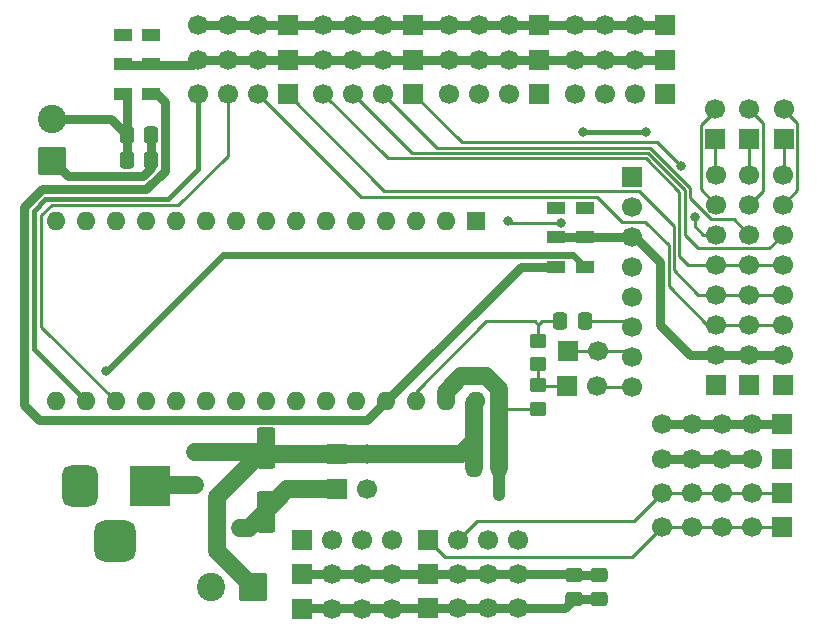
<source format=gbr>
%TF.GenerationSoftware,KiCad,Pcbnew,9.0.1*%
%TF.CreationDate,2025-05-07T00:20:05-04:00*%
%TF.ProjectId,nano_shield,6e616e6f-2d73-4686-9965-6c642e6b6963,rev?*%
%TF.SameCoordinates,Original*%
%TF.FileFunction,Copper,L1,Top*%
%TF.FilePolarity,Positive*%
%FSLAX46Y46*%
G04 Gerber Fmt 4.6, Leading zero omitted, Abs format (unit mm)*
G04 Created by KiCad (PCBNEW 9.0.1) date 2025-05-07 00:20:05*
%MOMM*%
%LPD*%
G01*
G04 APERTURE LIST*
G04 Aperture macros list*
%AMRoundRect*
0 Rectangle with rounded corners*
0 $1 Rounding radius*
0 $2 $3 $4 $5 $6 $7 $8 $9 X,Y pos of 4 corners*
0 Add a 4 corners polygon primitive as box body*
4,1,4,$2,$3,$4,$5,$6,$7,$8,$9,$2,$3,0*
0 Add four circle primitives for the rounded corners*
1,1,$1+$1,$2,$3*
1,1,$1+$1,$4,$5*
1,1,$1+$1,$6,$7*
1,1,$1+$1,$8,$9*
0 Add four rect primitives between the rounded corners*
20,1,$1+$1,$2,$3,$4,$5,0*
20,1,$1+$1,$4,$5,$6,$7,0*
20,1,$1+$1,$6,$7,$8,$9,0*
20,1,$1+$1,$8,$9,$2,$3,0*%
G04 Aperture macros list end*
%TA.AperFunction,ComponentPad*%
%ADD10R,1.700000X1.700000*%
%TD*%
%TA.AperFunction,ComponentPad*%
%ADD11C,1.700000*%
%TD*%
%TA.AperFunction,SMDPad,CuDef*%
%ADD12RoundRect,0.250000X-0.337500X-0.475000X0.337500X-0.475000X0.337500X0.475000X-0.337500X0.475000X0*%
%TD*%
%TA.AperFunction,SMDPad,CuDef*%
%ADD13RoundRect,0.250000X-0.450000X0.350000X-0.450000X-0.350000X0.450000X-0.350000X0.450000X0.350000X0*%
%TD*%
%TA.AperFunction,ComponentPad*%
%ADD14R,1.600000X1.600000*%
%TD*%
%TA.AperFunction,ComponentPad*%
%ADD15O,1.600000X1.600000*%
%TD*%
%TA.AperFunction,SMDPad,CuDef*%
%ADD16RoundRect,0.250000X-0.475000X0.337500X-0.475000X-0.337500X0.475000X-0.337500X0.475000X0.337500X0*%
%TD*%
%TA.AperFunction,SMDPad,CuDef*%
%ADD17R,1.600000X1.000000*%
%TD*%
%TA.AperFunction,ComponentPad*%
%ADD18RoundRect,0.250001X0.949999X0.949999X-0.949999X0.949999X-0.949999X-0.949999X0.949999X-0.949999X0*%
%TD*%
%TA.AperFunction,ComponentPad*%
%ADD19C,2.400000*%
%TD*%
%TA.AperFunction,SMDPad,CuDef*%
%ADD20RoundRect,0.250000X0.450000X-0.350000X0.450000X0.350000X-0.450000X0.350000X-0.450000X-0.350000X0*%
%TD*%
%TA.AperFunction,SMDPad,CuDef*%
%ADD21RoundRect,0.250000X-0.550000X1.500000X-0.550000X-1.500000X0.550000X-1.500000X0.550000X1.500000X0*%
%TD*%
%TA.AperFunction,ComponentPad*%
%ADD22R,3.500000X3.500000*%
%TD*%
%TA.AperFunction,ComponentPad*%
%ADD23RoundRect,0.750000X-0.750000X-1.000000X0.750000X-1.000000X0.750000X1.000000X-0.750000X1.000000X0*%
%TD*%
%TA.AperFunction,ComponentPad*%
%ADD24RoundRect,0.875000X-0.875000X-0.875000X0.875000X-0.875000X0.875000X0.875000X-0.875000X0.875000X0*%
%TD*%
%TA.AperFunction,SMDPad,CuDef*%
%ADD25RoundRect,0.250000X-0.300000X0.300000X-0.300000X-0.300000X0.300000X-0.300000X0.300000X0.300000X0*%
%TD*%
%TA.AperFunction,ComponentPad*%
%ADD26RoundRect,0.250001X0.949999X-0.949999X0.949999X0.949999X-0.949999X0.949999X-0.949999X-0.949999X0*%
%TD*%
%TA.AperFunction,ViaPad*%
%ADD27C,1.000000*%
%TD*%
%TA.AperFunction,ViaPad*%
%ADD28C,0.800000*%
%TD*%
%TA.AperFunction,Conductor*%
%ADD29C,0.800000*%
%TD*%
%TA.AperFunction,Conductor*%
%ADD30C,0.250000*%
%TD*%
%TA.AperFunction,Conductor*%
%ADD31C,0.400000*%
%TD*%
%TA.AperFunction,Conductor*%
%ADD32C,0.600000*%
%TD*%
%TA.AperFunction,Conductor*%
%ADD33C,1.500000*%
%TD*%
%TA.AperFunction,Conductor*%
%ADD34C,1.000000*%
%TD*%
G04 APERTURE END LIST*
D10*
%TO.P,J15,1,Pin_1*%
%TO.N,/D4*%
X144905000Y-59605000D03*
D11*
%TO.P,J15,2,Pin_2*%
%TO.N,/D5*%
X142365000Y-59605000D03*
%TO.P,J15,3,Pin_3*%
%TO.N,/D6*%
X139825000Y-59605000D03*
%TO.P,J15,4,Pin_4*%
%TO.N,/D7*%
X137285000Y-59605000D03*
%TD*%
D12*
%TO.P,C4,1*%
%TO.N,+VIN*%
X139425000Y-89000000D03*
%TO.P,C4,2*%
%TO.N,GND*%
X141500000Y-89000000D03*
%TD*%
D10*
%TO.P,J4,1,Pin_1*%
%TO.N,GND*%
X123620000Y-53795000D03*
D11*
%TO.P,J4,2,Pin_2*%
X121080000Y-53795000D03*
%TO.P,J4,3,Pin_3*%
X118540000Y-53795000D03*
%TO.P,J4,4,Pin_4*%
X116000000Y-53795000D03*
%TD*%
D10*
%TO.P,J24,1,Pin_1*%
%TO.N,+5V*%
X165450000Y-87590000D03*
D11*
%TO.P,J24,2,Pin_2*%
X162910000Y-87590000D03*
%TO.P,J24,3,Pin_3*%
X160370000Y-87590000D03*
%TO.P,J24,4,Pin_4*%
X157830000Y-87590000D03*
%TO.P,J24,5,Pin_5*%
X155290000Y-87590000D03*
%TD*%
D10*
%TO.P,J27,1,Pin_1*%
%TO.N,/A0*%
X124820000Y-97390000D03*
D11*
%TO.P,J27,2,Pin_2*%
%TO.N,/A1*%
X127360000Y-97390000D03*
%TO.P,J27,3,Pin_3*%
%TO.N,/A2*%
X129900000Y-97390000D03*
%TO.P,J27,4,Pin_4*%
%TO.N,/A3*%
X132440000Y-97390000D03*
%TD*%
D13*
%TO.P,R1,1*%
%TO.N,/RESET*%
X144800000Y-80500000D03*
%TO.P,R1,2*%
%TO.N,Net-(J22-Pin_1)*%
X144800000Y-82500000D03*
%TD*%
D10*
%TO.P,J21,1,Pin_1*%
%TO.N,GND*%
X165450000Y-90500000D03*
D11*
%TO.P,J21,2,Pin_2*%
X162910000Y-90500000D03*
%TO.P,J21,3,Pin_3*%
X160370000Y-90500000D03*
%TO.P,J21,4,Pin_4*%
X157830000Y-90500000D03*
%TO.P,J21,5,Pin_5*%
X155290000Y-90500000D03*
%TD*%
D14*
%TO.P,A1,1,D1/TX*%
%TO.N,/D1{slash}TX*%
X139550000Y-70390000D03*
D15*
%TO.P,A1,2,D0/RX*%
%TO.N,/D0{slash}RX*%
X137010000Y-70390000D03*
%TO.P,A1,3,~{RESET}*%
%TO.N,unconnected-(A1-~{RESET}-Pad3)*%
X134470000Y-70390000D03*
%TO.P,A1,4,GND*%
%TO.N,GND*%
X131930000Y-70390000D03*
%TO.P,A1,5,D2*%
%TO.N,/D2*%
X129390000Y-70390000D03*
%TO.P,A1,6,D3*%
%TO.N,/D3*%
X126850000Y-70390000D03*
%TO.P,A1,7,D4*%
%TO.N,/D4*%
X124310000Y-70390000D03*
%TO.P,A1,8,D5*%
%TO.N,/D5*%
X121770000Y-70390000D03*
%TO.P,A1,9,D6*%
%TO.N,/D6*%
X119230000Y-70390000D03*
%TO.P,A1,10,D7*%
%TO.N,/D7*%
X116690000Y-70390000D03*
%TO.P,A1,11,D8*%
%TO.N,/D8{slash}CS3{slash}SS*%
X114150000Y-70390000D03*
%TO.P,A1,12,D9*%
%TO.N,/D9{slash}CS2*%
X111610000Y-70390000D03*
%TO.P,A1,13,D10*%
%TO.N,/D10{slash}CS1*%
X109070000Y-70390000D03*
%TO.P,A1,14,D11*%
%TO.N,/D11{slash}MOSI*%
X106530000Y-70390000D03*
%TO.P,A1,15,D12*%
%TO.N,/D12{slash}MISO*%
X103990000Y-70390000D03*
%TO.P,A1,16,D13*%
%TO.N,/D13{slash}SCK*%
X103990000Y-85630000D03*
%TO.P,A1,17,3V3*%
%TO.N,+3.3V*%
X106530000Y-85630000D03*
%TO.P,A1,18,AREF*%
%TO.N,/AREF*%
X109070000Y-85630000D03*
%TO.P,A1,19,A0*%
%TO.N,/A0*%
X111610000Y-85630000D03*
%TO.P,A1,20,A1*%
%TO.N,/A1*%
X114150000Y-85630000D03*
%TO.P,A1,21,A2*%
%TO.N,/A2*%
X116690000Y-85630000D03*
%TO.P,A1,22,A3*%
%TO.N,/A3*%
X119230000Y-85630000D03*
%TO.P,A1,23,A4*%
%TO.N,/A4{slash}SDA*%
X121770000Y-85630000D03*
%TO.P,A1,24,A5*%
%TO.N,/A5{slash}SCL*%
X124310000Y-85630000D03*
%TO.P,A1,25,A6*%
%TO.N,/A6*%
X126850000Y-85630000D03*
%TO.P,A1,26,A7*%
%TO.N,/A7*%
X129390000Y-85630000D03*
%TO.P,A1,27,+5V*%
%TO.N,+5V*%
X131930000Y-85630000D03*
%TO.P,A1,28,~{RESET}*%
%TO.N,/RESET*%
X134470000Y-85630000D03*
%TO.P,A1,29,GND*%
%TO.N,GND*%
X137010000Y-85630000D03*
%TO.P,A1,30,VIN*%
%TO.N,+VIN*%
X139550000Y-85630000D03*
%TD*%
D10*
%TO.P,J6,1,Pin_1*%
%TO.N,/SPI_IO1*%
X165600000Y-63460000D03*
D11*
%TO.P,J6,2,Pin_2*%
%TO.N,/SPI_INT1*%
X165600000Y-60920000D03*
%TD*%
D12*
%TO.P,C2,1*%
%TO.N,/VSP_IN*%
X109982500Y-65200000D03*
%TO.P,C2,2*%
%TO.N,GND*%
X112057500Y-65200000D03*
%TD*%
D10*
%TO.P,J35,1,Pin_1*%
%TO.N,GND*%
X124800000Y-103210000D03*
D11*
%TO.P,J35,2,Pin_2*%
X127340000Y-103210000D03*
%TO.P,J35,3,Pin_3*%
X129880000Y-103210000D03*
%TO.P,J35,4,Pin_4*%
X132420000Y-103210000D03*
%TD*%
D16*
%TO.P,C8,1*%
%TO.N,+5V*%
X149950000Y-100340000D03*
%TO.P,C8,2*%
%TO.N,GND*%
X149950000Y-102415000D03*
%TD*%
D10*
%TO.P,J36,1,Pin_1*%
%TO.N,GND*%
X135500000Y-103160000D03*
D11*
%TO.P,J36,2,Pin_2*%
X138040000Y-103160000D03*
%TO.P,J36,3,Pin_3*%
X140580000Y-103160000D03*
%TO.P,J36,4,Pin_4*%
X143120000Y-103160000D03*
%TD*%
D17*
%TO.P,SW1,1,A*%
%TO.N,/VSP_IN*%
X109650000Y-59600000D03*
%TO.P,SW1,2,B*%
%TO.N,VSP*%
X109650000Y-57100000D03*
%TO.P,SW1,3,C*%
%TO.N,unconnected-(SW1-C-Pad3)*%
X109650000Y-54600000D03*
%TO.P,SW1,4,A*%
%TO.N,+5V*%
X112050000Y-59600000D03*
%TO.P,SW1,5,B*%
%TO.N,VSP*%
X112050000Y-57100000D03*
%TO.P,SW1,6,C*%
%TO.N,unconnected-(SW1-C-Pad6)*%
X112050000Y-54600000D03*
%TD*%
D10*
%TO.P,J32,1,Pin_1*%
%TO.N,+5V*%
X135500000Y-100250000D03*
D11*
%TO.P,J32,2,Pin_2*%
X138040000Y-100250000D03*
%TO.P,J32,3,Pin_3*%
X140580000Y-100250000D03*
%TO.P,J32,4,Pin_4*%
X143120000Y-100250000D03*
%TD*%
D16*
%TO.P,C7,1*%
%TO.N,+5V*%
X147840000Y-100340000D03*
%TO.P,C7,2*%
%TO.N,GND*%
X147840000Y-102415000D03*
%TD*%
D10*
%TO.P,J18,1,Pin_1*%
%TO.N,GND*%
X162710000Y-84220000D03*
D11*
%TO.P,J18,2,Pin_2*%
%TO.N,VCC*%
X162710000Y-81680000D03*
%TO.P,J18,3,Pin_3*%
%TO.N,/D13{slash}SCK*%
X162710000Y-79140000D03*
%TO.P,J18,4,Pin_4*%
%TO.N,/D12{slash}MISO*%
X162710000Y-76600000D03*
%TO.P,J18,5,Pin_5*%
%TO.N,/D11{slash}MOSI*%
X162710000Y-74060000D03*
%TO.P,J18,6,Pin_6*%
%TO.N,/D9{slash}CS2*%
X162710000Y-71520000D03*
%TO.P,J18,7,Pin_7*%
%TO.N,/SPI_INT2*%
X162710000Y-68980000D03*
%TO.P,J18,8,Pin_8*%
%TO.N,/SPI_IO2*%
X162710000Y-66440000D03*
%TD*%
D18*
%TO.P,J33,1,Pin_1*%
%TO.N,+VIN*%
X120650000Y-101332500D03*
D19*
%TO.P,J33,2,Pin_2*%
%TO.N,GND*%
X117150000Y-101332500D03*
%TD*%
D10*
%TO.P,J3,1,Pin_1*%
%TO.N,GND*%
X134255000Y-53805000D03*
D11*
%TO.P,J3,2,Pin_2*%
X131715000Y-53805000D03*
%TO.P,J3,3,Pin_3*%
X129175000Y-53805000D03*
%TO.P,J3,4,Pin_4*%
X126635000Y-53805000D03*
%TD*%
D10*
%TO.P,J2,1,Pin_1*%
%TO.N,GND*%
X144905000Y-53805000D03*
D11*
%TO.P,J2,2,Pin_2*%
X142365000Y-53805000D03*
%TO.P,J2,3,Pin_3*%
X139825000Y-53805000D03*
%TO.P,J2,4,Pin_4*%
X137285000Y-53805000D03*
%TD*%
D10*
%TO.P,J22,1,Pin_1*%
%TO.N,Net-(J22-Pin_1)*%
X147300000Y-84370000D03*
D11*
%TO.P,J22,2,Pin_2*%
%TO.N,/UART_IO2*%
X149840000Y-84370000D03*
%TD*%
D10*
%TO.P,J12,1,Pin_1*%
%TO.N,GND*%
X165540000Y-84220000D03*
D11*
%TO.P,J12,2,Pin_2*%
%TO.N,VCC*%
X165540000Y-81680000D03*
%TO.P,J12,3,Pin_3*%
%TO.N,/D13{slash}SCK*%
X165540000Y-79140000D03*
%TO.P,J12,4,Pin_4*%
%TO.N,/D12{slash}MISO*%
X165540000Y-76600000D03*
%TO.P,J12,5,Pin_5*%
%TO.N,/D11{slash}MOSI*%
X165540000Y-74060000D03*
%TO.P,J12,6,Pin_6*%
%TO.N,/D10{slash}CS1*%
X165540000Y-71520000D03*
%TO.P,J12,7,Pin_7*%
%TO.N,/SPI_INT1*%
X165540000Y-68980000D03*
%TO.P,J12,8,Pin_8*%
%TO.N,/SPI_IO1*%
X165540000Y-66440000D03*
%TD*%
D10*
%TO.P,J34,1,Pin_1*%
%TO.N,/A5{slash}SCL*%
X165440000Y-93410000D03*
D11*
%TO.P,J34,2,Pin_2*%
X162900000Y-93410000D03*
%TO.P,J34,3,Pin_3*%
X160360000Y-93410000D03*
%TO.P,J34,4,Pin_4*%
X157820000Y-93410000D03*
%TO.P,J34,5,Pin_5*%
X155280000Y-93410000D03*
%TD*%
D10*
%TO.P,J10,1,Pin_1*%
%TO.N,VSP*%
X134250000Y-56705000D03*
D11*
%TO.P,J10,2,Pin_2*%
X131710000Y-56705000D03*
%TO.P,J10,3,Pin_3*%
X129170000Y-56705000D03*
%TO.P,J10,4,Pin_4*%
X126630000Y-56705000D03*
%TD*%
D12*
%TO.P,C1,1*%
%TO.N,/VSP_IN*%
X109982500Y-63080000D03*
%TO.P,C1,2*%
%TO.N,GND*%
X112057500Y-63080000D03*
%TD*%
%TO.P,C5,1*%
%TO.N,+VIN*%
X139425000Y-91250000D03*
%TO.P,C5,2*%
%TO.N,GND*%
X141500000Y-91250000D03*
%TD*%
D20*
%TO.P,R2,1*%
%TO.N,GND*%
X144800000Y-86290000D03*
%TO.P,R2,2*%
%TO.N,Net-(J22-Pin_1)*%
X144800000Y-84290000D03*
%TD*%
D21*
%TO.P,C3,1*%
%TO.N,+VIN*%
X121790000Y-89620000D03*
%TO.P,C3,2*%
%TO.N,GND*%
X121790000Y-95020000D03*
%TD*%
D10*
%TO.P,J20,1,Pin_1*%
%TO.N,GND*%
X159880000Y-84220000D03*
D11*
%TO.P,J20,2,Pin_2*%
%TO.N,VCC*%
X159880000Y-81680000D03*
%TO.P,J20,3,Pin_3*%
%TO.N,/D13{slash}SCK*%
X159880000Y-79140000D03*
%TO.P,J20,4,Pin_4*%
%TO.N,/D12{slash}MISO*%
X159880000Y-76600000D03*
%TO.P,J20,5,Pin_5*%
%TO.N,/D11{slash}MOSI*%
X159880000Y-74060000D03*
%TO.P,J20,6,Pin_6*%
%TO.N,/D8{slash}CS3{slash}SS*%
X159880000Y-71520000D03*
%TO.P,J20,7,Pin_7*%
%TO.N,/SPI_INT3*%
X159880000Y-68980000D03*
%TO.P,J20,8,Pin_8*%
%TO.N,/SPI_IO3*%
X159880000Y-66440000D03*
%TD*%
D10*
%TO.P,J25,1,Pin_1*%
%TO.N,+VIN*%
X127800000Y-90100000D03*
D11*
%TO.P,J25,2,Pin_2*%
X130340000Y-90100000D03*
%TD*%
D10*
%TO.P,J14,1,Pin_1*%
%TO.N,/D0{slash}RX*%
X155555000Y-59605000D03*
D11*
%TO.P,J14,2,Pin_2*%
%TO.N,/D1{slash}TX*%
X153015000Y-59605000D03*
%TO.P,J14,3,Pin_3*%
%TO.N,/D2*%
X150475000Y-59605000D03*
%TO.P,J14,4,Pin_4*%
%TO.N,/D3*%
X147935000Y-59605000D03*
%TD*%
D22*
%TO.P,J7,1*%
%TO.N,Net-(D1-A)*%
X112000000Y-92800000D03*
D23*
%TO.P,J7,2*%
%TO.N,GND*%
X106000000Y-92800000D03*
D24*
%TO.P,J7,3*%
X109000000Y-97500000D03*
%TD*%
D17*
%TO.P,SW2,1,A*%
%TO.N,+5V*%
X146360000Y-74230000D03*
%TO.P,SW2,2,B*%
%TO.N,VCC*%
X146360000Y-71730000D03*
%TO.P,SW2,3,C*%
%TO.N,unconnected-(SW2-C-Pad3)*%
X146360000Y-69230000D03*
%TO.P,SW2,4,A*%
%TO.N,+3.3V*%
X148760000Y-74230000D03*
%TO.P,SW2,5,B*%
%TO.N,VCC*%
X148760000Y-71730000D03*
%TO.P,SW2,6,C*%
%TO.N,unconnected-(SW2-C-Pad6)*%
X148760000Y-69230000D03*
%TD*%
D10*
%TO.P,J31,1,Pin_1*%
%TO.N,+5V*%
X124810000Y-100300000D03*
D11*
%TO.P,J31,2,Pin_2*%
X127350000Y-100300000D03*
%TO.P,J31,3,Pin_3*%
X129890000Y-100300000D03*
%TO.P,J31,4,Pin_4*%
X132430000Y-100300000D03*
%TD*%
D10*
%TO.P,J19,1,Pin_1*%
%TO.N,/SPI_IO3*%
X159810000Y-63450000D03*
D11*
%TO.P,J19,2,Pin_2*%
%TO.N,/SPI_INT3*%
X159810000Y-60910000D03*
%TD*%
D12*
%TO.P,C6,1*%
%TO.N,/RESET*%
X146712500Y-78850000D03*
%TO.P,C6,2*%
%TO.N,/DTR*%
X148787500Y-78850000D03*
%TD*%
D10*
%TO.P,J28,1,Pin_1*%
%TO.N,/A4{slash}SDA*%
X135510000Y-97340000D03*
D11*
%TO.P,J28,2,Pin_2*%
%TO.N,/A5{slash}SCL*%
X138050000Y-97340000D03*
%TO.P,J28,3,Pin_3*%
%TO.N,/A6*%
X140590000Y-97340000D03*
%TO.P,J28,4,Pin_4*%
%TO.N,/A7*%
X143130000Y-97340000D03*
%TD*%
D10*
%TO.P,J1,1,Pin_1*%
%TO.N,GND*%
X155565000Y-53805000D03*
D11*
%TO.P,J1,2,Pin_2*%
X153025000Y-53805000D03*
%TO.P,J1,3,Pin_3*%
X150485000Y-53805000D03*
%TO.P,J1,4,Pin_4*%
X147945000Y-53805000D03*
%TD*%
D10*
%TO.P,J26,1,Pin_1*%
%TO.N,GND*%
X127780000Y-93100000D03*
D11*
%TO.P,J26,2,Pin_2*%
X130320000Y-93100000D03*
%TD*%
D10*
%TO.P,J23,1,Pin_1*%
%TO.N,/UART_IO1*%
X147310000Y-81410000D03*
D11*
%TO.P,J23,2,Pin_2*%
X149850000Y-81410000D03*
%TD*%
D10*
%TO.P,J17,1,Pin_1*%
%TO.N,/D12{slash}MISO*%
X123610000Y-59615000D03*
D11*
%TO.P,J17,2,Pin_2*%
%TO.N,/D13{slash}SCK*%
X121070000Y-59615000D03*
%TO.P,J17,3,Pin_3*%
%TO.N,/AREF*%
X118530000Y-59615000D03*
%TO.P,J17,4,Pin_4*%
%TO.N,+3.3V*%
X115990000Y-59615000D03*
%TD*%
D10*
%TO.P,J16,1,Pin_1*%
%TO.N,/D8{slash}CS3{slash}SS*%
X134250000Y-59610000D03*
D11*
%TO.P,J16,2,Pin_2*%
%TO.N,/D9{slash}CS2*%
X131710000Y-59610000D03*
%TO.P,J16,3,Pin_3*%
%TO.N,/D10{slash}CS1*%
X129170000Y-59610000D03*
%TO.P,J16,4,Pin_4*%
%TO.N,/D11{slash}MOSI*%
X126630000Y-59610000D03*
%TD*%
D10*
%TO.P,J11,1,Pin_1*%
%TO.N,VSP*%
X123610000Y-56705000D03*
D11*
%TO.P,J11,2,Pin_2*%
X121070000Y-56705000D03*
%TO.P,J11,3,Pin_3*%
X118530000Y-56705000D03*
%TO.P,J11,4,Pin_4*%
X115990000Y-56705000D03*
%TD*%
D10*
%TO.P,J30,1,Pin_1*%
%TO.N,/A4{slash}SDA*%
X165430000Y-96320000D03*
D11*
%TO.P,J30,2,Pin_2*%
X162890000Y-96320000D03*
%TO.P,J30,3,Pin_3*%
X160350000Y-96320000D03*
%TO.P,J30,4,Pin_4*%
X157810000Y-96320000D03*
%TO.P,J30,5,Pin_5*%
X155270000Y-96320000D03*
%TD*%
D10*
%TO.P,J29,1,Pin_1*%
%TO.N,GND*%
X152780000Y-66640000D03*
D11*
%TO.P,J29,2,Pin_2*%
%TO.N,/CTS*%
X152780000Y-69180000D03*
%TO.P,J29,3,Pin_3*%
%TO.N,VCC*%
X152780000Y-71720000D03*
%TO.P,J29,4,Pin_4*%
%TO.N,/D1{slash}TX*%
X152780000Y-74260000D03*
%TO.P,J29,5,Pin_5*%
%TO.N,/D0{slash}RX*%
X152780000Y-76800000D03*
%TO.P,J29,6,Pin_6*%
%TO.N,/DTR*%
X152780000Y-79340000D03*
%TO.P,J29,7,Pin_7*%
%TO.N,/UART_IO1*%
X152780000Y-81880000D03*
%TO.P,J29,8,Pin_8*%
%TO.N,/UART_IO2*%
X152780000Y-84420000D03*
%TD*%
D25*
%TO.P,D1,1,K*%
%TO.N,+VIN*%
X115750000Y-89950000D03*
%TO.P,D1,2,A*%
%TO.N,Net-(D1-A)*%
X115750000Y-92750000D03*
%TD*%
D10*
%TO.P,J8,1,Pin_1*%
%TO.N,VSP*%
X155565000Y-56705000D03*
D11*
%TO.P,J8,2,Pin_2*%
X153025000Y-56705000D03*
%TO.P,J8,3,Pin_3*%
X150485000Y-56705000D03*
%TO.P,J8,4,Pin_4*%
X147945000Y-56705000D03*
%TD*%
D10*
%TO.P,J13,1,Pin_1*%
%TO.N,/SPI_IO2*%
X162710000Y-63460000D03*
D11*
%TO.P,J13,2,Pin_2*%
%TO.N,/SPI_INT2*%
X162710000Y-60920000D03*
%TD*%
D26*
%TO.P,J5,1,Pin_1*%
%TO.N,GND*%
X103700000Y-65250000D03*
D19*
%TO.P,J5,2,Pin_2*%
%TO.N,/VSP_IN*%
X103700000Y-61750000D03*
%TD*%
D10*
%TO.P,J9,1,Pin_1*%
%TO.N,VSP*%
X144915000Y-56705000D03*
D11*
%TO.P,J9,2,Pin_2*%
X142375000Y-56705000D03*
%TO.P,J9,3,Pin_3*%
X139835000Y-56705000D03*
%TO.P,J9,4,Pin_4*%
X137295000Y-56705000D03*
%TD*%
D27*
%TO.N,+5V*%
X147840000Y-100340000D03*
D28*
%TO.N,+3.3V*%
X108270000Y-83050000D03*
%TO.N,/D8{slash}CS3{slash}SS*%
X158090000Y-70050000D03*
X156880463Y-65729537D03*
D27*
%TO.N,GND*%
X141520000Y-93600000D03*
X119600000Y-96350000D03*
D28*
X148580000Y-62800000D03*
X153950000Y-62800000D03*
%TO.N,/D1{slash}TX*%
X146740000Y-70520000D03*
X142230000Y-70390000D03*
%TD*%
D29*
%TO.N,+5V*%
X147850000Y-100330000D02*
X147860000Y-100330000D01*
X112530000Y-59600000D02*
X113246000Y-60316000D01*
X113246000Y-60316000D02*
X113246000Y-66103000D01*
X113246000Y-66103000D02*
X111660000Y-67689000D01*
X101309000Y-69158215D02*
X101309000Y-85929000D01*
X155290000Y-87590000D02*
X165450000Y-87590000D01*
X130361000Y-87199000D02*
X131930000Y-85630000D01*
X147775000Y-100275000D02*
X147840000Y-100340000D01*
X149935000Y-100330000D02*
X149940000Y-100335000D01*
X102778214Y-67689000D02*
X101309000Y-69158215D01*
X102579000Y-87199000D02*
X130361000Y-87199000D01*
X143330000Y-74230000D02*
X146360000Y-74230000D01*
X101309000Y-85929000D02*
X102579000Y-87199000D01*
X112050000Y-59600000D02*
X112530000Y-59600000D01*
X124810000Y-100300000D02*
X147800000Y-100300000D01*
X147800000Y-100300000D02*
X147840000Y-100340000D01*
X147850000Y-100330000D02*
X149935000Y-100330000D01*
X147840000Y-100340000D02*
X147850000Y-100330000D01*
X147767500Y-100267500D02*
X147840000Y-100340000D01*
X111660000Y-67689000D02*
X102778214Y-67689000D01*
X131930000Y-85630000D02*
X143330000Y-74230000D01*
D30*
%TO.N,/D9{slash}CS2*%
X159406000Y-70156000D02*
X159392884Y-70156000D01*
X161430000Y-70240000D02*
X159490000Y-70240000D01*
X159490000Y-70240000D02*
X159406000Y-70156000D01*
X157670000Y-67544380D02*
X154293620Y-64168000D01*
X158704000Y-69454000D02*
X157670000Y-68420000D01*
X136268000Y-64168000D02*
X131710000Y-59610000D01*
X162710000Y-71520000D02*
X161430000Y-70240000D01*
X159392884Y-70156000D02*
X158704000Y-69467116D01*
X157670000Y-68420000D02*
X157670000Y-67544380D01*
X154293620Y-64168000D02*
X136268000Y-64168000D01*
X158704000Y-69467116D02*
X158704000Y-69454000D01*
%TO.N,/RESET*%
X144800000Y-80500000D02*
X144800000Y-79160000D01*
X144800000Y-79160000D02*
X145110000Y-78850000D01*
X144800000Y-79160000D02*
X144520000Y-78880000D01*
X140398306Y-78880000D02*
X144520000Y-78880000D01*
X134470000Y-84808306D02*
X140398306Y-78880000D01*
X134470000Y-85630000D02*
X134470000Y-84808306D01*
X145110000Y-78850000D02*
X146712500Y-78850000D01*
D31*
%TO.N,+3.3V*%
X103110000Y-68490000D02*
X113470000Y-68490000D01*
D32*
X108300000Y-83050000D02*
X118121000Y-73229000D01*
D31*
X102110000Y-81210000D02*
X102110000Y-69490000D01*
X115990000Y-65970000D02*
X115990000Y-59615000D01*
X113470000Y-68490000D02*
X115990000Y-65970000D01*
D32*
X108270000Y-83050000D02*
X108300000Y-83050000D01*
D31*
X106530000Y-85630000D02*
X102110000Y-81210000D01*
D32*
X118121000Y-73229000D02*
X147759000Y-73229000D01*
D31*
X102110000Y-69490000D02*
X103110000Y-68490000D01*
D32*
X147759000Y-73229000D02*
X148760000Y-74230000D01*
D30*
%TO.N,/D8{slash}CS3{slash}SS*%
X138350000Y-63710000D02*
X134250000Y-59610000D01*
X154860926Y-63710000D02*
X138350000Y-63710000D01*
X156880463Y-65729537D02*
X154860926Y-63710000D01*
X158090000Y-70050000D02*
X158090000Y-70810000D01*
X158090000Y-70810000D02*
X158800000Y-71520000D01*
X158800000Y-71520000D02*
X159880000Y-71520000D01*
%TO.N,/D12{slash}MISO*%
X158360000Y-76600000D02*
X156317000Y-74557000D01*
X156317000Y-70777000D02*
X153356000Y-67816000D01*
X165540000Y-76600000D02*
X159880000Y-76600000D01*
X131811000Y-67816000D02*
X123610000Y-59615000D01*
X156317000Y-74557000D02*
X156317000Y-70777000D01*
X153356000Y-67816000D02*
X131811000Y-67816000D01*
X159880000Y-76600000D02*
X158360000Y-76600000D01*
%TO.N,/AREF*%
X102770000Y-79330000D02*
X109070000Y-85630000D01*
X102770000Y-69900000D02*
X102770000Y-79330000D01*
X103650000Y-69020000D02*
X102770000Y-69900000D01*
X118530000Y-59615000D02*
X118530000Y-64850000D01*
X118530000Y-64850000D02*
X114360000Y-69020000D01*
X114360000Y-69020000D02*
X103650000Y-69020000D01*
%TO.N,/D13{slash}SCK*%
X155866000Y-75866000D02*
X155866000Y-72406000D01*
X149842000Y-68360000D02*
X129815000Y-68360000D01*
X151932000Y-70450000D02*
X149842000Y-68360000D01*
X159140000Y-79140000D02*
X155866000Y-75866000D01*
X165540000Y-79140000D02*
X159880000Y-79140000D01*
X155866000Y-72406000D02*
X153910000Y-70450000D01*
X153910000Y-70450000D02*
X151932000Y-70450000D01*
X129815000Y-68360000D02*
X121070000Y-59615000D01*
X159880000Y-79140000D02*
X159140000Y-79140000D01*
D33*
%TO.N,GND*%
X137010000Y-84840000D02*
X137010000Y-85630000D01*
X138320000Y-83530000D02*
X137010000Y-84840000D01*
X127780000Y-93100000D02*
X123600000Y-93100000D01*
D29*
X112057500Y-64150000D02*
X112057500Y-63080000D01*
X143120000Y-103160000D02*
X124850000Y-103160000D01*
X149935000Y-102405000D02*
X147860000Y-102405000D01*
D33*
X141500000Y-84620000D02*
X140410000Y-83530000D01*
D29*
X124850000Y-103160000D02*
X124800000Y-103210000D01*
X112057500Y-65200000D02*
X112057500Y-65862500D01*
X162910000Y-90500000D02*
X155290000Y-90500000D01*
X155555000Y-53795000D02*
X155565000Y-53805000D01*
X112057500Y-65200000D02*
X112057500Y-64150000D01*
D33*
X123600000Y-93100000D02*
X121750000Y-94950000D01*
D30*
X144800000Y-86320000D02*
X144790000Y-86330000D01*
D33*
X141500000Y-91250000D02*
X141500000Y-89000000D01*
D29*
X111350000Y-66570000D02*
X105020000Y-66570000D01*
X112057500Y-65862500D02*
X111350000Y-66570000D01*
D33*
X141500000Y-89000000D02*
X141500000Y-84620000D01*
D34*
X141520000Y-93600000D02*
X141500000Y-93580000D01*
D30*
X144790000Y-86330000D02*
X141500000Y-86330000D01*
D29*
X147130000Y-103135000D02*
X147105000Y-103160000D01*
X112047500Y-64160000D02*
X112057500Y-64150000D01*
X147860000Y-102405000D02*
X147137500Y-103127500D01*
X147105000Y-103160000D02*
X143120000Y-103160000D01*
X116000000Y-53795000D02*
X155555000Y-53795000D01*
D33*
X140410000Y-83530000D02*
X138320000Y-83530000D01*
D34*
X141500000Y-93580000D02*
X141500000Y-91250000D01*
D33*
X120350000Y-96350000D02*
X119600000Y-96350000D01*
X121750000Y-94950000D02*
X120350000Y-96350000D01*
D29*
X105020000Y-66570000D02*
X103700000Y-65250000D01*
X149940000Y-102410000D02*
X149935000Y-102405000D01*
D31*
X153935000Y-62800000D02*
X148565000Y-62800000D01*
D29*
X147137500Y-103127500D02*
X147130000Y-103135000D01*
D30*
%TO.N,/D10{slash}CS1*%
X164364000Y-72696000D02*
X165540000Y-71520000D01*
X157219000Y-67731190D02*
X157219000Y-71520000D01*
X157219000Y-71520000D02*
X158395000Y-72696000D01*
X158395000Y-72696000D02*
X164364000Y-72696000D01*
X134179000Y-64619000D02*
X154106810Y-64619000D01*
X129170000Y-59610000D02*
X134179000Y-64619000D01*
X154106810Y-64619000D02*
X157219000Y-67731190D01*
%TO.N,/D11{slash}MOSI*%
X165540000Y-74060000D02*
X159880000Y-74060000D01*
X153920000Y-65070000D02*
X132090000Y-65070000D01*
X159880000Y-74060000D02*
X157480000Y-74060000D01*
X132090000Y-65070000D02*
X126630000Y-59610000D01*
X157480000Y-74060000D02*
X156768000Y-73348000D01*
X156768000Y-73348000D02*
X156768000Y-67918000D01*
X156768000Y-67918000D02*
X153920000Y-65070000D01*
%TO.N,/D1{slash}TX*%
X146740000Y-70520000D02*
X142360000Y-70520000D01*
X142360000Y-70520000D02*
X142230000Y-70390000D01*
D33*
%TO.N,+VIN*%
X139425000Y-89000000D02*
X139425000Y-85755000D01*
X122300000Y-90100000D02*
X127800000Y-90100000D01*
X117600000Y-93700000D02*
X121750000Y-89550000D01*
X121750000Y-89550000D02*
X122300000Y-90100000D01*
X117600000Y-98282500D02*
X117600000Y-93700000D01*
X130340000Y-90100000D02*
X138325000Y-90100000D01*
X139425000Y-85755000D02*
X139550000Y-85630000D01*
X138325000Y-90100000D02*
X139425000Y-89000000D01*
X139425000Y-91250000D02*
X139425000Y-89000000D01*
X115750000Y-89950000D02*
X121350000Y-89950000D01*
X121350000Y-89950000D02*
X121750000Y-89550000D01*
X120650000Y-101332500D02*
X117600000Y-98282500D01*
X127800000Y-90100000D02*
X130340000Y-90100000D01*
D29*
%TO.N,VSP*%
X110160000Y-57130000D02*
X112560000Y-57130000D01*
X112560000Y-57130000D02*
X115565000Y-57130000D01*
X115990000Y-56705000D02*
X155565000Y-56705000D01*
X115565000Y-57130000D02*
X115990000Y-56705000D01*
D30*
%TO.N,/DTR*%
X148787500Y-78850000D02*
X152290000Y-78850000D01*
X152290000Y-78850000D02*
X152780000Y-79340000D01*
D33*
%TO.N,Net-(D1-A)*%
X112250000Y-92750000D02*
X115750000Y-92750000D01*
D30*
%TO.N,/SPI_IO1*%
X165600000Y-66380000D02*
X165540000Y-66440000D01*
X165600000Y-63460000D02*
X165600000Y-66380000D01*
%TO.N,/SPI_INT1*%
X165600000Y-61030000D02*
X165710000Y-61030000D01*
X166776000Y-67744000D02*
X165540000Y-68980000D01*
X166776000Y-62096000D02*
X166776000Y-67744000D01*
X165710000Y-61030000D02*
X166776000Y-62096000D01*
D29*
%TO.N,VCC*%
X146360000Y-71730000D02*
X148760000Y-71730000D01*
X155140000Y-73810000D02*
X155140000Y-79160000D01*
X148760000Y-71730000D02*
X152770000Y-71730000D01*
X155140000Y-79160000D02*
X157660000Y-81680000D01*
X153050000Y-71720000D02*
X155140000Y-73810000D01*
X157660000Y-81680000D02*
X159880000Y-81680000D01*
X152770000Y-71730000D02*
X152780000Y-71720000D01*
X159880000Y-81680000D02*
X165540000Y-81680000D01*
X152780000Y-71720000D02*
X153050000Y-71720000D01*
D30*
%TO.N,/SPI_IO2*%
X162710000Y-63460000D02*
X162710000Y-66440000D01*
%TO.N,/SPI_INT2*%
X162710000Y-61030000D02*
X162820000Y-61030000D01*
X163886000Y-62096000D02*
X163886000Y-67804000D01*
X163886000Y-67804000D02*
X162710000Y-68980000D01*
X162820000Y-61030000D02*
X163886000Y-62096000D01*
%TO.N,/SPI_INT3*%
X158570000Y-62260000D02*
X159810000Y-61020000D01*
X159810000Y-61020000D02*
X159810000Y-60910000D01*
X159880000Y-68980000D02*
X158570000Y-67670000D01*
X158570000Y-67670000D02*
X158570000Y-62260000D01*
%TO.N,/SPI_IO3*%
X159810000Y-63560000D02*
X159810000Y-66370000D01*
X159810000Y-66370000D02*
X159880000Y-66440000D01*
%TO.N,Net-(J22-Pin_1)*%
X144880000Y-84370000D02*
X144800000Y-84290000D01*
X144860000Y-84310000D02*
X144850000Y-84300000D01*
X147300000Y-84370000D02*
X144880000Y-84370000D01*
X144800000Y-84290000D02*
X144800000Y-82500000D01*
%TO.N,/UART_IO2*%
X152780000Y-84420000D02*
X149890000Y-84420000D01*
X149890000Y-84420000D02*
X149840000Y-84370000D01*
%TO.N,/UART_IO1*%
X152310000Y-81410000D02*
X152780000Y-81880000D01*
X147310000Y-81410000D02*
X149850000Y-81410000D01*
X149850000Y-81410000D02*
X152310000Y-81410000D01*
D29*
%TO.N,/VSP_IN*%
X108652500Y-61750000D02*
X109982500Y-63080000D01*
X103700000Y-61750000D02*
X108652500Y-61750000D01*
X109982500Y-63080000D02*
X109982500Y-59932500D01*
X109982500Y-59932500D02*
X109650000Y-59600000D01*
X109982500Y-65200000D02*
X109982500Y-63080000D01*
D30*
%TO.N,/A5{slash}SCL*%
X155280000Y-93410000D02*
X165440000Y-93410000D01*
X139620000Y-95770000D02*
X152920000Y-95770000D01*
X152920000Y-95770000D02*
X155280000Y-93410000D01*
X138050000Y-97340000D02*
X139620000Y-95770000D01*
%TO.N,/A4{slash}SDA*%
X135510000Y-97340000D02*
X136960000Y-98790000D01*
X136960000Y-98790000D02*
X152800000Y-98790000D01*
X152800000Y-98790000D02*
X155270000Y-96320000D01*
X165430000Y-96320000D02*
X155270000Y-96320000D01*
%TD*%
M02*

</source>
